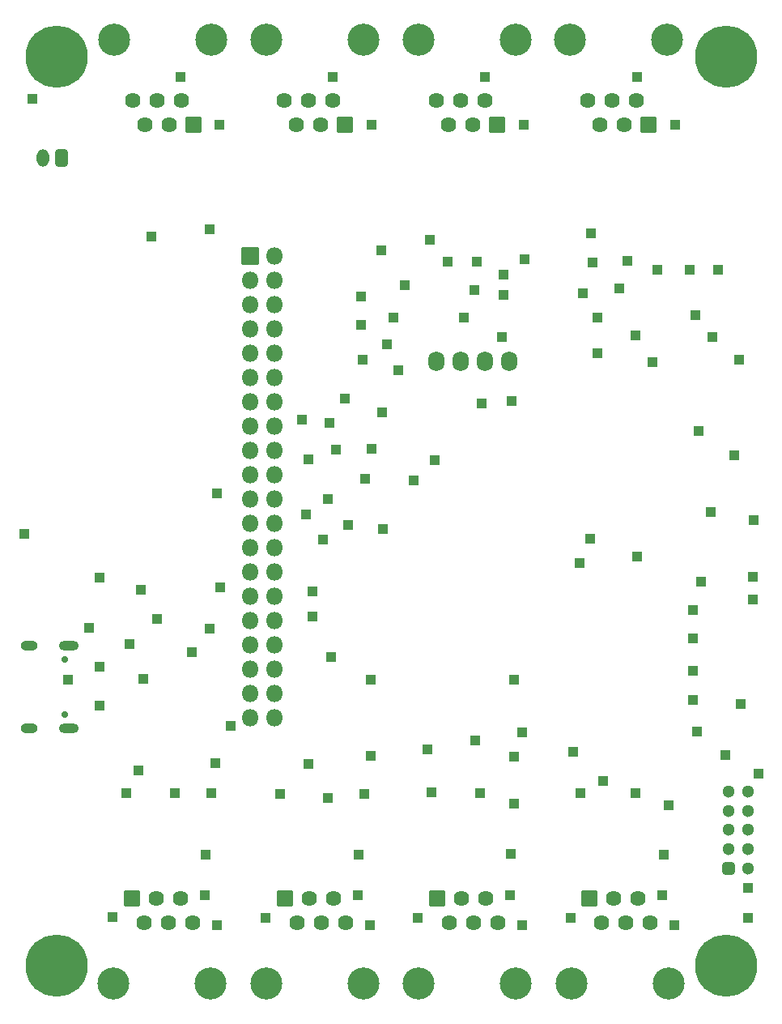
<source format=gbr>
%TF.GenerationSoftware,KiCad,Pcbnew,(7.0.0)*%
%TF.CreationDate,2023-03-20T14:45:52+00:00*%
%TF.ProjectId,RobotLegoController,526f626f-744c-4656-976f-436f6e74726f,REV A*%
%TF.SameCoordinates,PX7bfa480PY848f8c0*%
%TF.FileFunction,Soldermask,Bot*%
%TF.FilePolarity,Negative*%
%FSLAX46Y46*%
G04 Gerber Fmt 4.6, Leading zero omitted, Abs format (unit mm)*
G04 Created by KiCad (PCBNEW (7.0.0)) date 2023-03-20 14:45:52*
%MOMM*%
%LPD*%
G01*
G04 APERTURE LIST*
G04 Aperture macros list*
%AMRoundRect*
0 Rectangle with rounded corners*
0 $1 Rounding radius*
0 $2 $3 $4 $5 $6 $7 $8 $9 X,Y pos of 4 corners*
0 Add a 4 corners polygon primitive as box body*
4,1,4,$2,$3,$4,$5,$6,$7,$8,$9,$2,$3,0*
0 Add four circle primitives for the rounded corners*
1,1,$1+$1,$2,$3*
1,1,$1+$1,$4,$5*
1,1,$1+$1,$6,$7*
1,1,$1+$1,$8,$9*
0 Add four rect primitives between the rounded corners*
20,1,$1+$1,$2,$3,$4,$5,0*
20,1,$1+$1,$4,$5,$6,$7,0*
20,1,$1+$1,$6,$7,$8,$9,0*
20,1,$1+$1,$8,$9,$2,$3,0*%
G04 Aperture macros list end*
%ADD10C,6.500000*%
%ADD11C,3.350000*%
%ADD12RoundRect,0.050000X0.760000X0.760000X-0.760000X0.760000X-0.760000X-0.760000X0.760000X-0.760000X0*%
%ADD13C,1.620000*%
%ADD14O,1.700000X2.100000*%
%ADD15RoundRect,0.300000X0.350000X0.625000X-0.350000X0.625000X-0.350000X-0.625000X0.350000X-0.625000X0*%
%ADD16O,1.300000X1.850000*%
%ADD17RoundRect,0.050000X-0.850000X-0.850000X0.850000X-0.850000X0.850000X0.850000X-0.850000X0.850000X0*%
%ADD18O,1.800000X1.800000*%
%ADD19RoundRect,0.050000X-0.760000X-0.760000X0.760000X-0.760000X0.760000X0.760000X-0.760000X0.760000X0*%
%ADD20RoundRect,0.300000X0.350000X-0.350000X0.350000X0.350000X-0.350000X0.350000X-0.350000X-0.350000X0*%
%ADD21C,1.300000*%
%ADD22C,0.700000*%
%ADD23O,2.100000X1.000000*%
%ADD24O,1.800000X1.000000*%
%ADD25RoundRect,0.050000X0.500000X0.500000X-0.500000X0.500000X-0.500000X-0.500000X0.500000X-0.500000X0*%
%ADD26RoundRect,0.050000X-0.500000X0.500000X-0.500000X-0.500000X0.500000X-0.500000X0.500000X0.500000X0*%
%ADD27RoundRect,0.050000X0.500000X-0.500000X0.500000X0.500000X-0.500000X0.500000X-0.500000X-0.500000X0*%
G04 APERTURE END LIST*
D10*
%TO.C,H4*%
X75000000Y100000000D03*
%TD*%
D11*
%TO.C,J11*%
X21160000Y101750000D03*
X11000000Y101750000D03*
D12*
X19250000Y92860000D03*
D13*
X17980000Y95400000D03*
X16710000Y92860000D03*
X15440000Y95400000D03*
X14170000Y92860000D03*
X12900000Y95400000D03*
%TD*%
D14*
%TO.C,U3*%
X44719999Y68149999D03*
X47259999Y68149999D03*
X49799999Y68149999D03*
X52339999Y68149999D03*
%TD*%
D10*
%TO.C,H3*%
X5000000Y100000000D03*
%TD*%
D11*
%TO.C,J14*%
X68810000Y101750000D03*
X58650000Y101750000D03*
D12*
X66900000Y92860000D03*
D13*
X65630000Y95400000D03*
X64360000Y92860000D03*
X63090000Y95400000D03*
X61820000Y92860000D03*
X60550000Y95400000D03*
%TD*%
D15*
%TO.C,J4*%
X5500000Y89450000D03*
D16*
X3499999Y89449999D03*
%TD*%
D10*
%TO.C,H1*%
X5000000Y5000000D03*
%TD*%
D17*
%TO.C,J2*%
X25227032Y79138961D03*
D18*
X27767031Y79138960D03*
X25227031Y76598960D03*
X27767031Y76598960D03*
X25227031Y74058960D03*
X27767031Y74058960D03*
X25227031Y71518960D03*
X27767031Y71518960D03*
X25227031Y68978960D03*
X27767031Y68978960D03*
X25227031Y66438960D03*
X27767031Y66438960D03*
X25227031Y63898960D03*
X27767031Y63898960D03*
X25227031Y61358960D03*
X27767031Y61358960D03*
X25227031Y58818960D03*
X27767031Y58818960D03*
X25227031Y56278960D03*
X27767031Y56278960D03*
X25227031Y53738960D03*
X27767031Y53738960D03*
X25227031Y51198960D03*
X27767031Y51198960D03*
X25227031Y48658960D03*
X27767031Y48658960D03*
X25227031Y46118960D03*
X27767031Y46118960D03*
X25227031Y43578960D03*
X27767031Y43578960D03*
X25227031Y41038960D03*
X27767031Y41038960D03*
X25227031Y38498960D03*
X27767031Y38498960D03*
X25227031Y35958960D03*
X27767031Y35958960D03*
X25227031Y33418960D03*
X27767031Y33418960D03*
X25227031Y30878960D03*
X27767031Y30878960D03*
%TD*%
D11*
%TO.C,J7*%
X10920000Y3130000D03*
X21080000Y3130000D03*
D19*
X12830000Y12020000D03*
D13*
X14100000Y9480000D03*
X15370000Y12020000D03*
X16640000Y9480000D03*
X17910000Y12020000D03*
X19180000Y9480000D03*
%TD*%
D20*
%TO.C,J1*%
X75250000Y15200000D03*
D21*
X77250000Y15200000D03*
X75250000Y17200000D03*
X77250000Y17200000D03*
X75250000Y19200000D03*
X77250000Y19200000D03*
X75250000Y21200000D03*
X77250000Y21200000D03*
X75250000Y23200000D03*
X77250000Y23200000D03*
%TD*%
D11*
%TO.C,J10*%
X58820000Y3130000D03*
X68980000Y3130000D03*
D19*
X60730000Y12020000D03*
D13*
X62000000Y9480000D03*
X63270000Y12020000D03*
X64540000Y9480000D03*
X65810000Y12020000D03*
X67080000Y9480000D03*
%TD*%
D11*
%TO.C,J9*%
X42840000Y3130000D03*
X53000000Y3130000D03*
D19*
X44750000Y12020000D03*
D13*
X46020000Y9480000D03*
X47290000Y12020000D03*
X48560000Y9480000D03*
X49830000Y12020000D03*
X51100000Y9480000D03*
%TD*%
D11*
%TO.C,J12*%
X37060000Y101750000D03*
X26900000Y101750000D03*
D12*
X35150000Y92860000D03*
D13*
X33880000Y95400000D03*
X32610000Y92860000D03*
X31340000Y95400000D03*
X30070000Y92860000D03*
X28800000Y95400000D03*
%TD*%
D11*
%TO.C,J13*%
X52980000Y101750000D03*
X42820000Y101750000D03*
D12*
X51070000Y92860000D03*
D13*
X49800000Y95400000D03*
X48530000Y92860000D03*
X47260000Y95400000D03*
X45990000Y92860000D03*
X44720000Y95400000D03*
%TD*%
D22*
%TO.C,J3*%
X5803195Y37033476D03*
X5803195Y31253476D03*
D23*
X6283194Y38463475D03*
D24*
X2113194Y38463475D03*
D23*
X6283194Y29823475D03*
D24*
X2113194Y29823475D03*
%TD*%
D11*
%TO.C,J8*%
X26920000Y3130000D03*
X37080000Y3130000D03*
D19*
X28830000Y12020000D03*
D13*
X30100000Y9480000D03*
X31370000Y12020000D03*
X32640000Y9480000D03*
X33910000Y12020000D03*
X35180000Y9480000D03*
%TD*%
D10*
%TO.C,H2*%
X75000000Y5000000D03*
%TD*%
D25*
%TO.C,TP115*%
X64650000Y78650000D03*
%TD*%
%TO.C,TP136*%
X60900000Y81550000D03*
%TD*%
%TO.C,TP24*%
X9450000Y45550000D03*
%TD*%
%TO.C,TP89*%
X69600000Y9200000D03*
%TD*%
%TO.C,TP116*%
X74150000Y77700000D03*
%TD*%
%TO.C,TP105*%
X39050000Y62800000D03*
%TD*%
%TO.C,TP5*%
X34150000Y58900000D03*
%TD*%
%TO.C,TP28*%
X1550000Y50150000D03*
%TD*%
%TO.C,TP112*%
X33850000Y97900000D03*
%TD*%
%TO.C,TP111*%
X37950000Y92900000D03*
%TD*%
%TO.C,TP74*%
X71550000Y32800000D03*
%TD*%
%TO.C,TP145*%
X77750000Y43250000D03*
%TD*%
%TO.C,TP54*%
X20500000Y12400000D03*
%TD*%
%TO.C,TP126*%
X51550000Y70700000D03*
%TD*%
%TO.C,TP57*%
X33300000Y22500000D03*
%TD*%
%TO.C,TP103*%
X36800000Y72000000D03*
%TD*%
%TO.C,TP32*%
X21000000Y40250000D03*
%TD*%
%TO.C,TP27*%
X9450000Y32200000D03*
%TD*%
%TO.C,TP119*%
X65500000Y70850000D03*
%TD*%
%TO.C,TP67*%
X37150000Y22950000D03*
%TD*%
%TO.C,TP79*%
X68350000Y12400000D03*
%TD*%
%TO.C,TP52*%
X12300000Y23050000D03*
%TD*%
%TO.C,TP91*%
X69000000Y21800000D03*
%TD*%
%TO.C,TP87*%
X53650000Y9200000D03*
%TD*%
%TO.C,TP18*%
X31050000Y52150000D03*
%TD*%
%TO.C,TP30*%
X8400000Y40300000D03*
%TD*%
%TO.C,TP109*%
X17950000Y97900000D03*
%TD*%
%TO.C,TP38*%
X33700000Y37300000D03*
%TD*%
%TO.C,TP75*%
X76500000Y32350000D03*
%TD*%
%TO.C,TP110*%
X22000000Y92850000D03*
%TD*%
%TO.C,TP37*%
X13750000Y44300000D03*
%TD*%
%TO.C,TP16*%
X36800000Y74900000D03*
%TD*%
%TO.C,TP58*%
X22100000Y44500000D03*
%TD*%
%TO.C,TP77*%
X59800000Y23000000D03*
%TD*%
%TO.C,TP96*%
X41350000Y76150000D03*
%TD*%
%TO.C,TP81*%
X65500000Y23050000D03*
%TD*%
%TO.C,TP99*%
X47550000Y72750000D03*
%TD*%
D26*
%TO.C,TP21*%
X52850000Y26875000D03*
%TD*%
D25*
%TO.C,TP78*%
X52400000Y12400000D03*
%TD*%
%TO.C,TP25*%
X23150000Y30100000D03*
%TD*%
%TO.C,TP117*%
X67300000Y68100000D03*
%TD*%
%TO.C,TP31*%
X15500000Y41250000D03*
%TD*%
%TO.C,TP134*%
X14900000Y81200000D03*
%TD*%
%TO.C,TP130*%
X69650000Y92850000D03*
%TD*%
%TO.C,TP70*%
X42750000Y10000000D03*
%TD*%
%TO.C,TP29*%
X19100000Y37800000D03*
%TD*%
%TO.C,TP14*%
X42350000Y55750000D03*
%TD*%
%TO.C,TP124*%
X61500000Y72750000D03*
%TD*%
%TO.C,TP113*%
X67800000Y77750000D03*
%TD*%
%TO.C,TP92*%
X71950000Y29450000D03*
%TD*%
%TO.C,TP49*%
X31300000Y26050000D03*
%TD*%
%TO.C,TP51*%
X71550000Y42150000D03*
%TD*%
%TO.C,TP8*%
X59700000Y47050000D03*
%TD*%
%TO.C,TP125*%
X61550000Y69050000D03*
%TD*%
%TO.C,TP1*%
X77250000Y13150000D03*
%TD*%
D27*
%TO.C,TP17*%
X37850000Y34900000D03*
%TD*%
D25*
%TO.C,TP133*%
X21750000Y54400000D03*
%TD*%
%TO.C,TP127*%
X52600000Y64000000D03*
%TD*%
%TO.C,TP76*%
X44200000Y23100000D03*
%TD*%
%TO.C,TP9*%
X33300000Y53800000D03*
%TD*%
%TO.C,TP135*%
X21000000Y81950000D03*
%TD*%
%TO.C,TP95*%
X51700000Y75100000D03*
%TD*%
%TO.C,TP66*%
X21150000Y23000000D03*
%TD*%
%TO.C,TP63*%
X21750000Y9200000D03*
%TD*%
%TO.C,TP142*%
X44000000Y80900000D03*
%TD*%
%TO.C,TP47*%
X26850000Y10000000D03*
%TD*%
%TO.C,TP90*%
X52800000Y21950000D03*
%TD*%
%TO.C,TP23*%
X2400000Y95600000D03*
%TD*%
%TO.C,TP82*%
X6200000Y34900000D03*
%TD*%
%TO.C,TP69*%
X71550000Y35850000D03*
%TD*%
%TO.C,TP64*%
X36550000Y16600000D03*
%TD*%
%TO.C,TP12*%
X44550000Y57800000D03*
%TD*%
%TO.C,TP56*%
X17350000Y23050000D03*
%TD*%
%TO.C,TP138*%
X48950000Y78550000D03*
%TD*%
%TO.C,TP88*%
X68450000Y16600000D03*
%TD*%
%TO.C,TP93*%
X74950000Y27000000D03*
%TD*%
%TO.C,TP68*%
X71550000Y39200000D03*
%TD*%
%TO.C,TP46*%
X10800000Y10050000D03*
%TD*%
%TO.C,TP65*%
X37750000Y9200000D03*
%TD*%
%TO.C,TP6*%
X78350000Y25100000D03*
%TD*%
%TO.C,TP149*%
X72150000Y60900000D03*
%TD*%
%TO.C,TP106*%
X37000000Y68350000D03*
%TD*%
%TO.C,TP22*%
X12600000Y38650000D03*
%TD*%
%TO.C,TP120*%
X76350000Y68350000D03*
%TD*%
%TO.C,TP132*%
X65650000Y47800000D03*
%TD*%
%TO.C,TP146*%
X77800000Y45650000D03*
%TD*%
%TO.C,TP50*%
X72400000Y45100000D03*
%TD*%
%TO.C,TP128*%
X49800000Y97850000D03*
%TD*%
%TO.C,TP13*%
X37950000Y59000000D03*
%TD*%
%TO.C,TP140*%
X71800000Y72950000D03*
%TD*%
%TO.C,TP147*%
X77850000Y51550000D03*
%TD*%
%TO.C,TP33*%
X31750000Y44100000D03*
%TD*%
%TO.C,TP114*%
X71200000Y77700000D03*
%TD*%
%TO.C,TP122*%
X60050000Y75300000D03*
%TD*%
%TO.C,TP60*%
X21600000Y26150000D03*
%TD*%
%TO.C,TP97*%
X51750000Y77250000D03*
%TD*%
%TO.C,TP141*%
X61050000Y78500000D03*
%TD*%
%TO.C,TP107*%
X33500000Y61750000D03*
%TD*%
%TO.C,TP108*%
X35100000Y64250000D03*
%TD*%
%TO.C,TP62*%
X20550000Y16600000D03*
%TD*%
%TO.C,TP72*%
X48750000Y28500000D03*
%TD*%
%TO.C,TP148*%
X75850000Y58350000D03*
%TD*%
%TO.C,TP61*%
X53650000Y29400000D03*
%TD*%
%TO.C,TP80*%
X49250000Y23000000D03*
%TD*%
%TO.C,TP139*%
X45900000Y78550000D03*
%TD*%
%TO.C,TP4*%
X77250000Y10000000D03*
%TD*%
%TO.C,TP7*%
X39100000Y50600000D03*
%TD*%
%TO.C,TP143*%
X40200000Y72750000D03*
%TD*%
%TO.C,TP55*%
X36500000Y12400000D03*
%TD*%
%TO.C,TP59*%
X43750000Y27600000D03*
%TD*%
%TO.C,TP3*%
X32800000Y49500000D03*
%TD*%
%TO.C,TP104*%
X30650000Y62050000D03*
%TD*%
%TO.C,TP123*%
X53950000Y78850000D03*
%TD*%
%TO.C,TP34*%
X31750000Y41500000D03*
%TD*%
%TO.C,TP118*%
X73600000Y70700000D03*
%TD*%
%TO.C,TP86*%
X52450000Y16650000D03*
%TD*%
%TO.C,TP83*%
X59000000Y27350000D03*
%TD*%
%TO.C,TP100*%
X40750000Y67250000D03*
%TD*%
D26*
%TO.C,TP19*%
X37850000Y26900000D03*
%TD*%
D27*
%TO.C,TP15*%
X52850000Y34900000D03*
%TD*%
D25*
%TO.C,TP11*%
X60750000Y49600000D03*
%TD*%
%TO.C,TP10*%
X35500000Y51050000D03*
%TD*%
%TO.C,TP2*%
X37250000Y55900000D03*
%TD*%
%TO.C,TP26*%
X9450000Y36250000D03*
%TD*%
%TO.C,TP137*%
X63850000Y75750000D03*
%TD*%
%TO.C,TP71*%
X58700000Y10000000D03*
%TD*%
%TO.C,TP101*%
X49450000Y63750000D03*
%TD*%
%TO.C,TP129*%
X53850000Y92850000D03*
%TD*%
%TO.C,TP73*%
X62150000Y24300000D03*
%TD*%
%TO.C,TP98*%
X39550000Y69900000D03*
%TD*%
%TO.C,TP144*%
X73400000Y52450000D03*
%TD*%
%TO.C,TP94*%
X48700000Y75600000D03*
%TD*%
%TO.C,TP20*%
X38900000Y79750000D03*
%TD*%
%TO.C,TP53*%
X28350000Y22950000D03*
%TD*%
%TO.C,TP85*%
X31300000Y57900000D03*
%TD*%
%TO.C,TP84*%
X14050000Y35000000D03*
%TD*%
%TO.C,TP131*%
X65650000Y97900000D03*
%TD*%
%TO.C,TP48*%
X13550000Y25400000D03*
%TD*%
M02*

</source>
